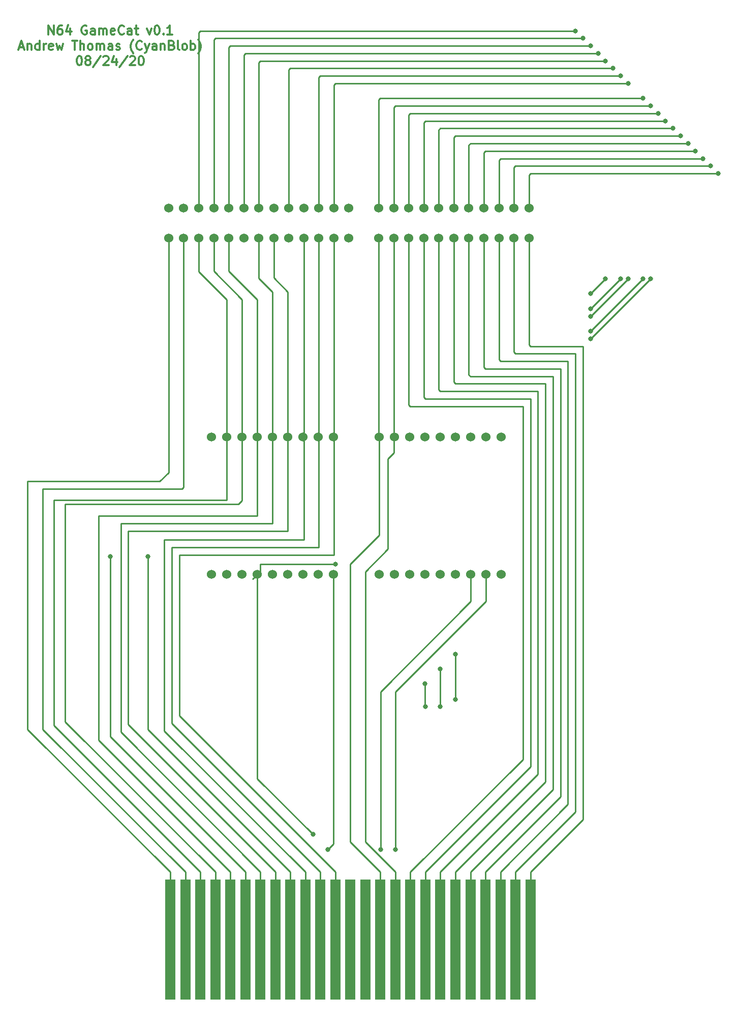
<source format=gbr>
%TF.GenerationSoftware,KiCad,Pcbnew,5.1.6-c6e7f7d~87~ubuntu18.04.1*%
%TF.CreationDate,2020-08-28T14:58:37-05:00*%
%TF.ProjectId,test_pcb,74657374-5f70-4636-922e-6b696361645f,rev?*%
%TF.SameCoordinates,Original*%
%TF.FileFunction,Copper,L1,Top*%
%TF.FilePolarity,Positive*%
%FSLAX46Y46*%
G04 Gerber Fmt 4.6, Leading zero omitted, Abs format (unit mm)*
G04 Created by KiCad (PCBNEW 5.1.6-c6e7f7d~87~ubuntu18.04.1) date 2020-08-28 14:58:37*
%MOMM*%
%LPD*%
G01*
G04 APERTURE LIST*
%TA.AperFunction,NonConductor*%
%ADD10C,0.300000*%
%TD*%
%TA.AperFunction,ComponentPad*%
%ADD11C,1.524000*%
%TD*%
%TA.AperFunction,SMDPad,CuDef*%
%ADD12R,1.800000X20.000000*%
%TD*%
%TA.AperFunction,ViaPad*%
%ADD13C,0.800000*%
%TD*%
%TA.AperFunction,Conductor*%
%ADD14C,0.250000*%
%TD*%
G04 APERTURE END LIST*
D10*
X89714285Y-16878571D02*
X89714285Y-15378571D01*
X90571428Y-16878571D01*
X90571428Y-15378571D01*
X91928571Y-15378571D02*
X91642857Y-15378571D01*
X91500000Y-15450000D01*
X91428571Y-15521428D01*
X91285714Y-15735714D01*
X91214285Y-16021428D01*
X91214285Y-16592857D01*
X91285714Y-16735714D01*
X91357142Y-16807142D01*
X91500000Y-16878571D01*
X91785714Y-16878571D01*
X91928571Y-16807142D01*
X92000000Y-16735714D01*
X92071428Y-16592857D01*
X92071428Y-16235714D01*
X92000000Y-16092857D01*
X91928571Y-16021428D01*
X91785714Y-15950000D01*
X91500000Y-15950000D01*
X91357142Y-16021428D01*
X91285714Y-16092857D01*
X91214285Y-16235714D01*
X93357142Y-15878571D02*
X93357142Y-16878571D01*
X93000000Y-15307142D02*
X92642857Y-16378571D01*
X93571428Y-16378571D01*
X96071428Y-15450000D02*
X95928571Y-15378571D01*
X95714285Y-15378571D01*
X95500000Y-15450000D01*
X95357142Y-15592857D01*
X95285714Y-15735714D01*
X95214285Y-16021428D01*
X95214285Y-16235714D01*
X95285714Y-16521428D01*
X95357142Y-16664285D01*
X95500000Y-16807142D01*
X95714285Y-16878571D01*
X95857142Y-16878571D01*
X96071428Y-16807142D01*
X96142857Y-16735714D01*
X96142857Y-16235714D01*
X95857142Y-16235714D01*
X97428571Y-16878571D02*
X97428571Y-16092857D01*
X97357142Y-15950000D01*
X97214285Y-15878571D01*
X96928571Y-15878571D01*
X96785714Y-15950000D01*
X97428571Y-16807142D02*
X97285714Y-16878571D01*
X96928571Y-16878571D01*
X96785714Y-16807142D01*
X96714285Y-16664285D01*
X96714285Y-16521428D01*
X96785714Y-16378571D01*
X96928571Y-16307142D01*
X97285714Y-16307142D01*
X97428571Y-16235714D01*
X98142857Y-16878571D02*
X98142857Y-15878571D01*
X98142857Y-16021428D02*
X98214285Y-15950000D01*
X98357142Y-15878571D01*
X98571428Y-15878571D01*
X98714285Y-15950000D01*
X98785714Y-16092857D01*
X98785714Y-16878571D01*
X98785714Y-16092857D02*
X98857142Y-15950000D01*
X99000000Y-15878571D01*
X99214285Y-15878571D01*
X99357142Y-15950000D01*
X99428571Y-16092857D01*
X99428571Y-16878571D01*
X100714285Y-16807142D02*
X100571428Y-16878571D01*
X100285714Y-16878571D01*
X100142857Y-16807142D01*
X100071428Y-16664285D01*
X100071428Y-16092857D01*
X100142857Y-15950000D01*
X100285714Y-15878571D01*
X100571428Y-15878571D01*
X100714285Y-15950000D01*
X100785714Y-16092857D01*
X100785714Y-16235714D01*
X100071428Y-16378571D01*
X102285714Y-16735714D02*
X102214285Y-16807142D01*
X102000000Y-16878571D01*
X101857142Y-16878571D01*
X101642857Y-16807142D01*
X101500000Y-16664285D01*
X101428571Y-16521428D01*
X101357142Y-16235714D01*
X101357142Y-16021428D01*
X101428571Y-15735714D01*
X101500000Y-15592857D01*
X101642857Y-15450000D01*
X101857142Y-15378571D01*
X102000000Y-15378571D01*
X102214285Y-15450000D01*
X102285714Y-15521428D01*
X103571428Y-16878571D02*
X103571428Y-16092857D01*
X103500000Y-15950000D01*
X103357142Y-15878571D01*
X103071428Y-15878571D01*
X102928571Y-15950000D01*
X103571428Y-16807142D02*
X103428571Y-16878571D01*
X103071428Y-16878571D01*
X102928571Y-16807142D01*
X102857142Y-16664285D01*
X102857142Y-16521428D01*
X102928571Y-16378571D01*
X103071428Y-16307142D01*
X103428571Y-16307142D01*
X103571428Y-16235714D01*
X104071428Y-15878571D02*
X104642857Y-15878571D01*
X104285714Y-15378571D02*
X104285714Y-16664285D01*
X104357142Y-16807142D01*
X104499999Y-16878571D01*
X104642857Y-16878571D01*
X106142857Y-15878571D02*
X106499999Y-16878571D01*
X106857142Y-15878571D01*
X107714285Y-15378571D02*
X107857142Y-15378571D01*
X107999999Y-15450000D01*
X108071428Y-15521428D01*
X108142857Y-15664285D01*
X108214285Y-15950000D01*
X108214285Y-16307142D01*
X108142857Y-16592857D01*
X108071428Y-16735714D01*
X107999999Y-16807142D01*
X107857142Y-16878571D01*
X107714285Y-16878571D01*
X107571428Y-16807142D01*
X107499999Y-16735714D01*
X107428571Y-16592857D01*
X107357142Y-16307142D01*
X107357142Y-15950000D01*
X107428571Y-15664285D01*
X107499999Y-15521428D01*
X107571428Y-15450000D01*
X107714285Y-15378571D01*
X108857142Y-16735714D02*
X108928571Y-16807142D01*
X108857142Y-16878571D01*
X108785714Y-16807142D01*
X108857142Y-16735714D01*
X108857142Y-16878571D01*
X110357142Y-16878571D02*
X109499999Y-16878571D01*
X109928571Y-16878571D02*
X109928571Y-15378571D01*
X109785714Y-15592857D01*
X109642857Y-15735714D01*
X109499999Y-15807142D01*
X84857142Y-19000000D02*
X85571428Y-19000000D01*
X84714285Y-19428571D02*
X85214285Y-17928571D01*
X85714285Y-19428571D01*
X86214285Y-18428571D02*
X86214285Y-19428571D01*
X86214285Y-18571428D02*
X86285714Y-18500000D01*
X86428571Y-18428571D01*
X86642857Y-18428571D01*
X86785714Y-18500000D01*
X86857142Y-18642857D01*
X86857142Y-19428571D01*
X88214285Y-19428571D02*
X88214285Y-17928571D01*
X88214285Y-19357142D02*
X88071428Y-19428571D01*
X87785714Y-19428571D01*
X87642857Y-19357142D01*
X87571428Y-19285714D01*
X87500000Y-19142857D01*
X87500000Y-18714285D01*
X87571428Y-18571428D01*
X87642857Y-18500000D01*
X87785714Y-18428571D01*
X88071428Y-18428571D01*
X88214285Y-18500000D01*
X88928571Y-19428571D02*
X88928571Y-18428571D01*
X88928571Y-18714285D02*
X89000000Y-18571428D01*
X89071428Y-18500000D01*
X89214285Y-18428571D01*
X89357142Y-18428571D01*
X90428571Y-19357142D02*
X90285714Y-19428571D01*
X90000000Y-19428571D01*
X89857142Y-19357142D01*
X89785714Y-19214285D01*
X89785714Y-18642857D01*
X89857142Y-18500000D01*
X90000000Y-18428571D01*
X90285714Y-18428571D01*
X90428571Y-18500000D01*
X90500000Y-18642857D01*
X90500000Y-18785714D01*
X89785714Y-18928571D01*
X91000000Y-18428571D02*
X91285714Y-19428571D01*
X91571428Y-18714285D01*
X91857142Y-19428571D01*
X92142857Y-18428571D01*
X93642857Y-17928571D02*
X94500000Y-17928571D01*
X94071428Y-19428571D02*
X94071428Y-17928571D01*
X95000000Y-19428571D02*
X95000000Y-17928571D01*
X95642857Y-19428571D02*
X95642857Y-18642857D01*
X95571428Y-18500000D01*
X95428571Y-18428571D01*
X95214285Y-18428571D01*
X95071428Y-18500000D01*
X95000000Y-18571428D01*
X96571428Y-19428571D02*
X96428571Y-19357142D01*
X96357142Y-19285714D01*
X96285714Y-19142857D01*
X96285714Y-18714285D01*
X96357142Y-18571428D01*
X96428571Y-18500000D01*
X96571428Y-18428571D01*
X96785714Y-18428571D01*
X96928571Y-18500000D01*
X97000000Y-18571428D01*
X97071428Y-18714285D01*
X97071428Y-19142857D01*
X97000000Y-19285714D01*
X96928571Y-19357142D01*
X96785714Y-19428571D01*
X96571428Y-19428571D01*
X97714285Y-19428571D02*
X97714285Y-18428571D01*
X97714285Y-18571428D02*
X97785714Y-18500000D01*
X97928571Y-18428571D01*
X98142857Y-18428571D01*
X98285714Y-18500000D01*
X98357142Y-18642857D01*
X98357142Y-19428571D01*
X98357142Y-18642857D02*
X98428571Y-18500000D01*
X98571428Y-18428571D01*
X98785714Y-18428571D01*
X98928571Y-18500000D01*
X99000000Y-18642857D01*
X99000000Y-19428571D01*
X100357142Y-19428571D02*
X100357142Y-18642857D01*
X100285714Y-18500000D01*
X100142857Y-18428571D01*
X99857142Y-18428571D01*
X99714285Y-18500000D01*
X100357142Y-19357142D02*
X100214285Y-19428571D01*
X99857142Y-19428571D01*
X99714285Y-19357142D01*
X99642857Y-19214285D01*
X99642857Y-19071428D01*
X99714285Y-18928571D01*
X99857142Y-18857142D01*
X100214285Y-18857142D01*
X100357142Y-18785714D01*
X101000000Y-19357142D02*
X101142857Y-19428571D01*
X101428571Y-19428571D01*
X101571428Y-19357142D01*
X101642857Y-19214285D01*
X101642857Y-19142857D01*
X101571428Y-19000000D01*
X101428571Y-18928571D01*
X101214285Y-18928571D01*
X101071428Y-18857142D01*
X101000000Y-18714285D01*
X101000000Y-18642857D01*
X101071428Y-18500000D01*
X101214285Y-18428571D01*
X101428571Y-18428571D01*
X101571428Y-18500000D01*
X103857142Y-20000000D02*
X103785714Y-19928571D01*
X103642857Y-19714285D01*
X103571428Y-19571428D01*
X103500000Y-19357142D01*
X103428571Y-19000000D01*
X103428571Y-18714285D01*
X103500000Y-18357142D01*
X103571428Y-18142857D01*
X103642857Y-18000000D01*
X103785714Y-17785714D01*
X103857142Y-17714285D01*
X105285714Y-19285714D02*
X105214285Y-19357142D01*
X105000000Y-19428571D01*
X104857142Y-19428571D01*
X104642857Y-19357142D01*
X104500000Y-19214285D01*
X104428571Y-19071428D01*
X104357142Y-18785714D01*
X104357142Y-18571428D01*
X104428571Y-18285714D01*
X104500000Y-18142857D01*
X104642857Y-18000000D01*
X104857142Y-17928571D01*
X105000000Y-17928571D01*
X105214285Y-18000000D01*
X105285714Y-18071428D01*
X105785714Y-18428571D02*
X106142857Y-19428571D01*
X106500000Y-18428571D02*
X106142857Y-19428571D01*
X106000000Y-19785714D01*
X105928571Y-19857142D01*
X105785714Y-19928571D01*
X107714285Y-19428571D02*
X107714285Y-18642857D01*
X107642857Y-18500000D01*
X107500000Y-18428571D01*
X107214285Y-18428571D01*
X107071428Y-18500000D01*
X107714285Y-19357142D02*
X107571428Y-19428571D01*
X107214285Y-19428571D01*
X107071428Y-19357142D01*
X107000000Y-19214285D01*
X107000000Y-19071428D01*
X107071428Y-18928571D01*
X107214285Y-18857142D01*
X107571428Y-18857142D01*
X107714285Y-18785714D01*
X108428571Y-18428571D02*
X108428571Y-19428571D01*
X108428571Y-18571428D02*
X108500000Y-18500000D01*
X108642857Y-18428571D01*
X108857142Y-18428571D01*
X109000000Y-18500000D01*
X109071428Y-18642857D01*
X109071428Y-19428571D01*
X110285714Y-18642857D02*
X110500000Y-18714285D01*
X110571428Y-18785714D01*
X110642857Y-18928571D01*
X110642857Y-19142857D01*
X110571428Y-19285714D01*
X110500000Y-19357142D01*
X110357142Y-19428571D01*
X109785714Y-19428571D01*
X109785714Y-17928571D01*
X110285714Y-17928571D01*
X110428571Y-18000000D01*
X110500000Y-18071428D01*
X110571428Y-18214285D01*
X110571428Y-18357142D01*
X110500000Y-18500000D01*
X110428571Y-18571428D01*
X110285714Y-18642857D01*
X109785714Y-18642857D01*
X111500000Y-19428571D02*
X111357142Y-19357142D01*
X111285714Y-19214285D01*
X111285714Y-17928571D01*
X112285714Y-19428571D02*
X112142857Y-19357142D01*
X112071428Y-19285714D01*
X112000000Y-19142857D01*
X112000000Y-18714285D01*
X112071428Y-18571428D01*
X112142857Y-18500000D01*
X112285714Y-18428571D01*
X112500000Y-18428571D01*
X112642857Y-18500000D01*
X112714285Y-18571428D01*
X112785714Y-18714285D01*
X112785714Y-19142857D01*
X112714285Y-19285714D01*
X112642857Y-19357142D01*
X112500000Y-19428571D01*
X112285714Y-19428571D01*
X113428571Y-19428571D02*
X113428571Y-17928571D01*
X113428571Y-18500000D02*
X113571428Y-18428571D01*
X113857142Y-18428571D01*
X114000000Y-18500000D01*
X114071428Y-18571428D01*
X114142857Y-18714285D01*
X114142857Y-19142857D01*
X114071428Y-19285714D01*
X114000000Y-19357142D01*
X113857142Y-19428571D01*
X113571428Y-19428571D01*
X113428571Y-19357142D01*
X114642857Y-20000000D02*
X114714285Y-19928571D01*
X114857142Y-19714285D01*
X114928571Y-19571428D01*
X115000000Y-19357142D01*
X115071428Y-19000000D01*
X115071428Y-18714285D01*
X115000000Y-18357142D01*
X114928571Y-18142857D01*
X114857142Y-18000000D01*
X114714285Y-17785714D01*
X114642857Y-17714285D01*
X94785714Y-20478571D02*
X94928571Y-20478571D01*
X95071428Y-20550000D01*
X95142857Y-20621428D01*
X95214285Y-20764285D01*
X95285714Y-21050000D01*
X95285714Y-21407142D01*
X95214285Y-21692857D01*
X95142857Y-21835714D01*
X95071428Y-21907142D01*
X94928571Y-21978571D01*
X94785714Y-21978571D01*
X94642857Y-21907142D01*
X94571428Y-21835714D01*
X94500000Y-21692857D01*
X94428571Y-21407142D01*
X94428571Y-21050000D01*
X94500000Y-20764285D01*
X94571428Y-20621428D01*
X94642857Y-20550000D01*
X94785714Y-20478571D01*
X96142857Y-21121428D02*
X96000000Y-21050000D01*
X95928571Y-20978571D01*
X95857142Y-20835714D01*
X95857142Y-20764285D01*
X95928571Y-20621428D01*
X96000000Y-20550000D01*
X96142857Y-20478571D01*
X96428571Y-20478571D01*
X96571428Y-20550000D01*
X96642857Y-20621428D01*
X96714285Y-20764285D01*
X96714285Y-20835714D01*
X96642857Y-20978571D01*
X96571428Y-21050000D01*
X96428571Y-21121428D01*
X96142857Y-21121428D01*
X96000000Y-21192857D01*
X95928571Y-21264285D01*
X95857142Y-21407142D01*
X95857142Y-21692857D01*
X95928571Y-21835714D01*
X96000000Y-21907142D01*
X96142857Y-21978571D01*
X96428571Y-21978571D01*
X96571428Y-21907142D01*
X96642857Y-21835714D01*
X96714285Y-21692857D01*
X96714285Y-21407142D01*
X96642857Y-21264285D01*
X96571428Y-21192857D01*
X96428571Y-21121428D01*
X98428571Y-20407142D02*
X97142857Y-22335714D01*
X98857142Y-20621428D02*
X98928571Y-20550000D01*
X99071428Y-20478571D01*
X99428571Y-20478571D01*
X99571428Y-20550000D01*
X99642857Y-20621428D01*
X99714285Y-20764285D01*
X99714285Y-20907142D01*
X99642857Y-21121428D01*
X98785714Y-21978571D01*
X99714285Y-21978571D01*
X101000000Y-20978571D02*
X101000000Y-21978571D01*
X100642857Y-20407142D02*
X100285714Y-21478571D01*
X101214285Y-21478571D01*
X102857142Y-20407142D02*
X101571428Y-22335714D01*
X103285714Y-20621428D02*
X103357142Y-20550000D01*
X103500000Y-20478571D01*
X103857142Y-20478571D01*
X104000000Y-20550000D01*
X104071428Y-20621428D01*
X104142857Y-20764285D01*
X104142857Y-20907142D01*
X104071428Y-21121428D01*
X103214285Y-21978571D01*
X104142857Y-21978571D01*
X105071428Y-20478571D02*
X105214285Y-20478571D01*
X105357142Y-20550000D01*
X105428571Y-20621428D01*
X105500000Y-20764285D01*
X105571428Y-21050000D01*
X105571428Y-21407142D01*
X105500000Y-21692857D01*
X105428571Y-21835714D01*
X105357142Y-21907142D01*
X105214285Y-21978571D01*
X105071428Y-21978571D01*
X104928571Y-21907142D01*
X104857142Y-21835714D01*
X104785714Y-21692857D01*
X104714285Y-21407142D01*
X104714285Y-21050000D01*
X104785714Y-20764285D01*
X104857142Y-20621428D01*
X104928571Y-20550000D01*
X105071428Y-20478571D01*
D11*
%TO.P,REF\u002A\u002A,49*%
%TO.N,N/C*%
X109740000Y-45760000D03*
%TO.P,REF\u002A\u002A,48*%
X109740000Y-50760000D03*
%TO.P,REF\u002A\u002A,47*%
X112240000Y-45760000D03*
%TO.P,REF\u002A\u002A,46*%
X114740000Y-45760000D03*
%TO.P,REF\u002A\u002A,45*%
X117240000Y-45760000D03*
%TO.P,REF\u002A\u002A,44*%
X119740000Y-45760000D03*
%TO.P,REF\u002A\u002A,43*%
X122240000Y-45760000D03*
%TO.P,REF\u002A\u002A,42*%
X124740000Y-45760000D03*
%TO.P,REF\u002A\u002A,41*%
X127240000Y-45760000D03*
%TO.P,REF\u002A\u002A,40*%
X129740000Y-45760000D03*
%TO.P,REF\u002A\u002A,39*%
X132240000Y-45760000D03*
%TO.P,REF\u002A\u002A,38*%
X134740000Y-45760000D03*
%TO.P,REF\u002A\u002A,37*%
X137240000Y-45760000D03*
%TO.P,REF\u002A\u002A,36*%
X139740000Y-45760000D03*
%TO.P,REF\u002A\u002A,35*%
X144740000Y-45760000D03*
%TO.P,REF\u002A\u002A,34*%
X147240000Y-45760000D03*
%TO.P,REF\u002A\u002A,33*%
X149740000Y-45760000D03*
%TO.P,REF\u002A\u002A,32*%
X152240000Y-45760000D03*
%TO.P,REF\u002A\u002A,31*%
X154740000Y-45760000D03*
%TO.P,REF\u002A\u002A,30*%
X157240000Y-45760000D03*
%TO.P,REF\u002A\u002A,29*%
X159740000Y-45760000D03*
%TO.P,REF\u002A\u002A,28*%
X162240000Y-45760000D03*
%TO.P,REF\u002A\u002A,27*%
X164740000Y-45760000D03*
%TO.P,REF\u002A\u002A,26*%
X167240000Y-45760000D03*
%TO.P,REF\u002A\u002A,25*%
X169740000Y-45760000D03*
%TO.P,REF\u002A\u002A,24*%
X169740000Y-50760000D03*
%TO.P,REF\u002A\u002A,23*%
X167240000Y-50760000D03*
%TO.P,REF\u002A\u002A,22*%
X164740000Y-50760000D03*
%TO.P,REF\u002A\u002A,21*%
X162240000Y-50760000D03*
%TO.P,REF\u002A\u002A,20*%
X159740000Y-50760000D03*
%TO.P,REF\u002A\u002A,19*%
X157240000Y-50760000D03*
%TO.P,REF\u002A\u002A,18*%
X154740000Y-50760000D03*
%TO.P,REF\u002A\u002A,17*%
X152240000Y-50760000D03*
%TO.P,REF\u002A\u002A,16*%
X149740000Y-50760000D03*
%TO.P,REF\u002A\u002A,15*%
X147240000Y-50760000D03*
%TO.P,REF\u002A\u002A,14*%
X144740000Y-50760000D03*
%TO.P,REF\u002A\u002A,13*%
X139740000Y-50760000D03*
%TO.P,REF\u002A\u002A,12*%
X137240000Y-50760000D03*
%TO.P,REF\u002A\u002A,11*%
X137240000Y-50760000D03*
%TO.P,REF\u002A\u002A,10*%
X134740000Y-50760000D03*
%TO.P,REF\u002A\u002A,9*%
X132240000Y-50760000D03*
%TO.P,REF\u002A\u002A,8*%
X129740000Y-50760000D03*
%TO.P,REF\u002A\u002A,7*%
X127240000Y-50760000D03*
%TO.P,REF\u002A\u002A,6*%
X124740000Y-50760000D03*
%TO.P,REF\u002A\u002A,5*%
X122240000Y-50760000D03*
%TO.P,REF\u002A\u002A,4*%
X119740000Y-50760000D03*
%TO.P,REF\u002A\u002A,3*%
X117240000Y-50760000D03*
%TO.P,REF\u002A\u002A,2*%
X114740000Y-50760000D03*
%TO.P,REF\u002A\u002A,1*%
X112240000Y-50760000D03*
%TD*%
D12*
%TO.P,REF\u002A\u002A,25*%
%TO.N,N/C*%
X170000000Y-167500000D03*
%TO.P,REF\u002A\u002A,24*%
X167500000Y-167500000D03*
%TO.P,REF\u002A\u002A,23*%
X165000000Y-167500000D03*
%TO.P,REF\u002A\u002A,22*%
X162500000Y-167500000D03*
%TO.P,REF\u002A\u002A,21*%
X160000000Y-167500000D03*
%TO.P,REF\u002A\u002A,20*%
X157500000Y-167500000D03*
%TO.P,REF\u002A\u002A,19*%
X155000000Y-167500000D03*
%TO.P,REF\u002A\u002A,18*%
X152500000Y-167500000D03*
%TO.P,REF\u002A\u002A,17*%
X150000000Y-167500000D03*
%TO.P,REF\u002A\u002A,16*%
X147500000Y-167500000D03*
%TO.P,REF\u002A\u002A,15*%
X145000000Y-167500000D03*
%TO.P,REF\u002A\u002A,14*%
X142500000Y-167500000D03*
%TO.P,REF\u002A\u002A,13*%
X140000000Y-167500000D03*
%TO.P,REF\u002A\u002A,12*%
X137500000Y-167500000D03*
%TO.P,REF\u002A\u002A,11*%
X135000000Y-167500000D03*
%TO.P,REF\u002A\u002A,10*%
X132500000Y-167500000D03*
%TO.P,REF\u002A\u002A,9*%
X130000000Y-167500000D03*
%TO.P,REF\u002A\u002A,8*%
X127500000Y-167500000D03*
%TO.P,REF\u002A\u002A,7*%
X125000000Y-167500000D03*
%TO.P,REF\u002A\u002A,6*%
X122500000Y-167500000D03*
%TO.P,REF\u002A\u002A,5*%
X120000000Y-167500000D03*
%TO.P,REF\u002A\u002A,4*%
X117500000Y-167500000D03*
%TO.P,REF\u002A\u002A,3*%
X115000000Y-167500000D03*
%TO.P,REF\u002A\u002A,2*%
X112500000Y-167500000D03*
%TO.P,REF\u002A\u002A,1*%
X110000000Y-167500000D03*
%TD*%
D11*
%TO.P,REF\u002A\u002A,1*%
%TO.N,N/C*%
X116840000Y-106680000D03*
%TO.P,REF\u002A\u002A,2*%
X119380000Y-106680000D03*
%TO.P,REF\u002A\u002A,3*%
X121920000Y-106680000D03*
%TO.P,REF\u002A\u002A,4*%
X124460000Y-106680000D03*
%TO.P,REF\u002A\u002A,5*%
X127000000Y-106680000D03*
%TO.P,REF\u002A\u002A,6*%
X129540000Y-106680000D03*
%TO.P,REF\u002A\u002A,7*%
X132080000Y-106680000D03*
%TO.P,REF\u002A\u002A,8*%
X134620000Y-106680000D03*
%TO.P,REF\u002A\u002A,9*%
X137160000Y-106680000D03*
%TO.P,REF\u002A\u002A,10*%
X144780000Y-106680000D03*
%TO.P,REF\u002A\u002A,12*%
X147320000Y-106680000D03*
%TO.P,REF\u002A\u002A,11*%
X149860000Y-106680000D03*
%TO.P,REF\u002A\u002A,13*%
X152400000Y-106680000D03*
%TO.P,REF\u002A\u002A,14*%
X154940000Y-106680000D03*
%TO.P,REF\u002A\u002A,15*%
X157480000Y-106680000D03*
%TO.P,REF\u002A\u002A,16*%
X160020000Y-106680000D03*
%TO.P,REF\u002A\u002A,17*%
X162560000Y-106680000D03*
%TO.P,REF\u002A\u002A,18*%
X165100000Y-106680000D03*
%TO.P,REF\u002A\u002A,19*%
X116840000Y-83820000D03*
%TO.P,REF\u002A\u002A,20*%
X119380000Y-83820000D03*
%TO.P,REF\u002A\u002A,21*%
X121920000Y-83820000D03*
%TO.P,REF\u002A\u002A,22*%
X124460000Y-83820000D03*
%TO.P,REF\u002A\u002A,23*%
X127000000Y-83820000D03*
%TO.P,REF\u002A\u002A,24*%
X129540000Y-83820000D03*
%TO.P,REF\u002A\u002A,25*%
X132080000Y-83820000D03*
%TO.P,REF\u002A\u002A,26*%
X134620000Y-83820000D03*
%TO.P,REF\u002A\u002A,27*%
X137160000Y-83820000D03*
%TO.P,REF\u002A\u002A,28*%
X144780000Y-83820000D03*
%TO.P,REF\u002A\u002A,29*%
X147320000Y-83820000D03*
%TO.P,REF\u002A\u002A,30*%
X149860000Y-83820000D03*
%TO.P,REF\u002A\u002A,31*%
X152400000Y-83820000D03*
%TO.P,REF\u002A\u002A,32*%
X154940000Y-83820000D03*
%TO.P,REF\u002A\u002A,33*%
X157480000Y-83820000D03*
%TO.P,REF\u002A\u002A,34*%
X160020000Y-83820000D03*
%TO.P,REF\u002A\u002A,35*%
X162560000Y-83820000D03*
%TO.P,REF\u002A\u002A,36*%
X165100000Y-83820000D03*
%TD*%
D13*
%TO.N,*%
X106250000Y-103750000D03*
X100000000Y-103750000D03*
X177500000Y-16250000D03*
X178750000Y-17500000D03*
X180000000Y-18750000D03*
X181250000Y-20000000D03*
X182500000Y-21250000D03*
X183750000Y-22500000D03*
X185000000Y-23750000D03*
X186250000Y-25000000D03*
X188750000Y-27500000D03*
X190000000Y-28750000D03*
X191250000Y-30000000D03*
X192500000Y-31250000D03*
X193750000Y-32500000D03*
X195000000Y-33750000D03*
X196250000Y-35000000D03*
X197500000Y-36250000D03*
X198750000Y-37500000D03*
X200000000Y-38750000D03*
X201250000Y-40000000D03*
X182500000Y-57500000D03*
X180000000Y-60000000D03*
X152400000Y-124900000D03*
X152500000Y-128750000D03*
X137500000Y-105000000D03*
X133750000Y-150000000D03*
X136250000Y-152500000D03*
X185000000Y-57500000D03*
X186250000Y-57500000D03*
X180000000Y-62500000D03*
X180000000Y-63750000D03*
X154940000Y-122440000D03*
X157500000Y-120000000D03*
X157500000Y-127500000D03*
X155000000Y-128750000D03*
X145020000Y-152520000D03*
X147520000Y-152520000D03*
X188750000Y-57500000D03*
X190000000Y-57500000D03*
X180000000Y-66250000D03*
X180000000Y-67500000D03*
%TD*%
D14*
%TO.N,*%
X117240000Y-50760000D02*
X117240000Y-56280000D01*
X117240000Y-56280000D02*
X121920000Y-60960000D01*
X121920000Y-60960000D02*
X121920000Y-83820000D01*
X144740000Y-50760000D02*
X144740000Y-83780000D01*
X137500000Y-156250000D02*
X137500000Y-167500000D01*
X111510000Y-130260000D02*
X137500000Y-156250000D01*
X111510000Y-103490000D02*
X111510000Y-130260000D01*
X137240000Y-50760000D02*
X137240000Y-103490000D01*
X137240000Y-103490000D02*
X111510000Y-103490000D01*
X135000000Y-156250000D02*
X135000000Y-167500000D01*
X110260000Y-131510000D02*
X135000000Y-156250000D01*
X110260000Y-102240000D02*
X110260000Y-131510000D01*
X134740000Y-50760000D02*
X134740000Y-102240000D01*
X134740000Y-102240000D02*
X110260000Y-102240000D01*
X109010000Y-132760000D02*
X132500000Y-156250000D01*
X109010000Y-100990000D02*
X109010000Y-132760000D01*
X132240000Y-50760000D02*
X132240000Y-100990000D01*
X132500000Y-156250000D02*
X132500000Y-167500000D01*
X132240000Y-100990000D02*
X109010000Y-100990000D01*
X127500000Y-156250000D02*
X127500000Y-167500000D01*
X129540000Y-59690000D02*
X129540000Y-99540000D01*
X129540000Y-99540000D02*
X102960000Y-99540000D01*
X127240000Y-57390000D02*
X129540000Y-59690000D01*
X127240000Y-50760000D02*
X127240000Y-57390000D01*
X102960000Y-99540000D02*
X102960000Y-131710000D01*
X102960000Y-131710000D02*
X127500000Y-156250000D01*
X125000000Y-156250000D02*
X125000000Y-167500000D01*
X124740000Y-57430000D02*
X127000000Y-59690000D01*
X127000000Y-98250000D02*
X101750000Y-98250000D01*
X124740000Y-50760000D02*
X124740000Y-57430000D01*
X127000000Y-59690000D02*
X127000000Y-98250000D01*
X101750000Y-98250000D02*
X101750000Y-133000000D01*
X101750000Y-133000000D02*
X125000000Y-156250000D01*
X122500000Y-156250000D02*
X122500000Y-167500000D01*
X117500000Y-156250000D02*
X117500000Y-167500000D01*
X92500000Y-95000000D02*
X92500000Y-131250000D01*
X92500000Y-131250000D02*
X117500000Y-156250000D01*
X121340000Y-95000000D02*
X92500000Y-95000000D01*
X121920000Y-83820000D02*
X121920000Y-94420000D01*
X121920000Y-94420000D02*
X121340000Y-95000000D01*
X115000000Y-156250000D02*
X115000000Y-167500000D01*
X114740000Y-56320000D02*
X119380000Y-60960000D01*
X114740000Y-50760000D02*
X114740000Y-56320000D01*
X119380000Y-94380000D02*
X90620000Y-94380000D01*
X119380000Y-60960000D02*
X119380000Y-94380000D01*
X90620000Y-94380000D02*
X90620000Y-131870000D01*
X90620000Y-131870000D02*
X115000000Y-156250000D01*
X112240000Y-50760000D02*
X112240000Y-92240000D01*
X112240000Y-92240000D02*
X111980000Y-92500000D01*
X111980000Y-92500000D02*
X88750000Y-92500000D01*
X109740000Y-50760000D02*
X109740000Y-89740000D01*
X109740000Y-89740000D02*
X108230000Y-91250000D01*
X108230000Y-91250000D02*
X86250000Y-91250000D01*
X88750000Y-92500000D02*
X88750000Y-132500000D01*
X112500000Y-156250000D02*
X112500000Y-167500000D01*
X88750000Y-132500000D02*
X112500000Y-156250000D01*
X86250000Y-91250000D02*
X86250000Y-132500000D01*
X110000000Y-156250000D02*
X110000000Y-167500000D01*
X86250000Y-132500000D02*
X110000000Y-156250000D01*
X106250000Y-103750000D02*
X106250000Y-132500000D01*
X130000000Y-156250000D02*
X130000000Y-167500000D01*
X106250000Y-132500000D02*
X130000000Y-156250000D01*
X100000000Y-103750000D02*
X100000000Y-133750000D01*
X100000000Y-133750000D02*
X122500000Y-156250000D01*
X120000000Y-156250000D02*
X120000000Y-167500000D01*
X119740000Y-56240000D02*
X124460000Y-60960000D01*
X119740000Y-50760000D02*
X119740000Y-56240000D01*
X124460000Y-96960000D02*
X98040000Y-96960000D01*
X124460000Y-60960000D02*
X124460000Y-96960000D01*
X98040000Y-96960000D02*
X98040000Y-134290000D01*
X98040000Y-134290000D02*
X120000000Y-156250000D01*
X145000000Y-156250000D02*
X145000000Y-167500000D01*
X140000000Y-151250000D02*
X145000000Y-156250000D01*
X140000000Y-105000000D02*
X140000000Y-151250000D01*
X144780000Y-83820000D02*
X144780000Y-100220000D01*
X144780000Y-100220000D02*
X140000000Y-105000000D01*
X147500000Y-156250000D02*
X147500000Y-167500000D01*
X147240000Y-86510000D02*
X146250000Y-87500000D01*
X147240000Y-50760000D02*
X147240000Y-86510000D01*
X142500000Y-106250000D02*
X142500000Y-151250000D01*
X146250000Y-87500000D02*
X146250000Y-102500000D01*
X146250000Y-102500000D02*
X142500000Y-106250000D01*
X142500000Y-151250000D02*
X147500000Y-156250000D01*
X150000000Y-156250000D02*
X150000000Y-167500000D01*
X168750000Y-137500000D02*
X150000000Y-156250000D01*
X168750000Y-78750000D02*
X168750000Y-137500000D01*
X150000000Y-78750000D02*
X168750000Y-78750000D01*
X149740000Y-50760000D02*
X149740000Y-78490000D01*
X149740000Y-78490000D02*
X150000000Y-78750000D01*
X152500000Y-77500000D02*
X170000000Y-77500000D01*
X152240000Y-50760000D02*
X152240000Y-77240000D01*
X152500000Y-156250000D02*
X152500000Y-167500000D01*
X170000000Y-138750000D02*
X152500000Y-156250000D01*
X170000000Y-77500000D02*
X170000000Y-138750000D01*
X152240000Y-77240000D02*
X152500000Y-77500000D01*
X155000000Y-156250000D02*
X155000000Y-167500000D01*
X171250000Y-140000000D02*
X155000000Y-156250000D01*
X155000000Y-76250000D02*
X171250000Y-76250000D01*
X154740000Y-50760000D02*
X154740000Y-75990000D01*
X171250000Y-76250000D02*
X171250000Y-140000000D01*
X154740000Y-75990000D02*
X155000000Y-76250000D01*
X157500000Y-156250000D02*
X157500000Y-167500000D01*
X172500000Y-75000000D02*
X172500000Y-141250000D01*
X157500000Y-75000000D02*
X172500000Y-75000000D01*
X172500000Y-141250000D02*
X157500000Y-156250000D01*
X157240000Y-50760000D02*
X157240000Y-74740000D01*
X157240000Y-74740000D02*
X157500000Y-75000000D01*
X160000000Y-156250000D02*
X160000000Y-167500000D01*
X173750000Y-73750000D02*
X173750000Y-142500000D01*
X173750000Y-142500000D02*
X160000000Y-156250000D01*
X160000000Y-73750000D02*
X173750000Y-73750000D01*
X159740000Y-50760000D02*
X159740000Y-73490000D01*
X159740000Y-73490000D02*
X160000000Y-73750000D01*
X175000000Y-143750000D02*
X162500000Y-156250000D01*
X175000000Y-72500000D02*
X175000000Y-143750000D01*
X162500000Y-72500000D02*
X175000000Y-72500000D01*
X162500000Y-156250000D02*
X162500000Y-167500000D01*
X162240000Y-50760000D02*
X162240000Y-72240000D01*
X162240000Y-72240000D02*
X162500000Y-72500000D01*
X165000000Y-156250000D02*
X165000000Y-167500000D01*
X176250000Y-71250000D02*
X176250000Y-145000000D01*
X176250000Y-145000000D02*
X165000000Y-156250000D01*
X165000000Y-71250000D02*
X176250000Y-71250000D01*
X164740000Y-50760000D02*
X164740000Y-70990000D01*
X164740000Y-70990000D02*
X165000000Y-71250000D01*
X177500000Y-70000000D02*
X177500000Y-146250000D01*
X167500000Y-70000000D02*
X177500000Y-70000000D01*
X167500000Y-156250000D02*
X167500000Y-167500000D01*
X177500000Y-146250000D02*
X167500000Y-156250000D01*
X167240000Y-50760000D02*
X167240000Y-69740000D01*
X167240000Y-69740000D02*
X167500000Y-70000000D01*
X170000000Y-156250000D02*
X170000000Y-167500000D01*
X178750000Y-147500000D02*
X170000000Y-156250000D01*
X170000000Y-68750000D02*
X178750000Y-68750000D01*
X178750000Y-68750000D02*
X178750000Y-147500000D01*
X169740000Y-50760000D02*
X169740000Y-68490000D01*
X169740000Y-68490000D02*
X170000000Y-68750000D01*
X114740000Y-45760000D02*
X114740000Y-16510000D01*
X114740000Y-16510000D02*
X115000000Y-16250000D01*
X115000000Y-16250000D02*
X177500000Y-16250000D01*
X117240000Y-45760000D02*
X117240000Y-17760000D01*
X117240000Y-17760000D02*
X117500000Y-17500000D01*
X117500000Y-17500000D02*
X178750000Y-17500000D01*
X119740000Y-45760000D02*
X119740000Y-19010000D01*
X119740000Y-19010000D02*
X120000000Y-18750000D01*
X120000000Y-18750000D02*
X180000000Y-18750000D01*
X122240000Y-45760000D02*
X122240000Y-20260000D01*
X122240000Y-20260000D02*
X122500000Y-20000000D01*
X122500000Y-20000000D02*
X181250000Y-20000000D01*
X124740000Y-45760000D02*
X124740000Y-21510000D01*
X124740000Y-21510000D02*
X125000000Y-21250000D01*
X125000000Y-21250000D02*
X182500000Y-21250000D01*
X129740000Y-45760000D02*
X129740000Y-22760000D01*
X129740000Y-22760000D02*
X130000000Y-22500000D01*
X130000000Y-22500000D02*
X183750000Y-22500000D01*
X134740000Y-45760000D02*
X134740000Y-24010000D01*
X134740000Y-24010000D02*
X135000000Y-23750000D01*
X135000000Y-23750000D02*
X185000000Y-23750000D01*
X137240000Y-45760000D02*
X137240000Y-25260000D01*
X137240000Y-25260000D02*
X137500000Y-25000000D01*
X137500000Y-25000000D02*
X186250000Y-25000000D01*
X144740000Y-45760000D02*
X144740000Y-27760000D01*
X144740000Y-27760000D02*
X145000000Y-27500000D01*
X145000000Y-27500000D02*
X188750000Y-27500000D01*
X147240000Y-45760000D02*
X147240000Y-29010000D01*
X147240000Y-29010000D02*
X147500000Y-28750000D01*
X147500000Y-28750000D02*
X190000000Y-28750000D01*
X149740000Y-45760000D02*
X149740000Y-30260000D01*
X149740000Y-30260000D02*
X150000000Y-30000000D01*
X150000000Y-30000000D02*
X191250000Y-30000000D01*
X152240000Y-45760000D02*
X152240000Y-31510000D01*
X152240000Y-31510000D02*
X152500000Y-31250000D01*
X152500000Y-31250000D02*
X192500000Y-31250000D01*
X154740000Y-45760000D02*
X154740000Y-32760000D01*
X154740000Y-32760000D02*
X155000000Y-32500000D01*
X155000000Y-32500000D02*
X193750000Y-32500000D01*
X157240000Y-45760000D02*
X157240000Y-34010000D01*
X157240000Y-34010000D02*
X157500000Y-33750000D01*
X157500000Y-33750000D02*
X195000000Y-33750000D01*
X159740000Y-45760000D02*
X159740000Y-35260000D01*
X159740000Y-35260000D02*
X160000000Y-35000000D01*
X160000000Y-35000000D02*
X196250000Y-35000000D01*
X162240000Y-45760000D02*
X162240000Y-36510000D01*
X162240000Y-36510000D02*
X162500000Y-36250000D01*
X162500000Y-36250000D02*
X197500000Y-36250000D01*
X164740000Y-45760000D02*
X164740000Y-37760000D01*
X164740000Y-37760000D02*
X165000000Y-37500000D01*
X165000000Y-37500000D02*
X198750000Y-37500000D01*
X167240000Y-45760000D02*
X167240000Y-39010000D01*
X167240000Y-39010000D02*
X167500000Y-38750000D01*
X167500000Y-38750000D02*
X200000000Y-38750000D01*
X169740000Y-45760000D02*
X169740000Y-40260000D01*
X169740000Y-40260000D02*
X170000000Y-40000000D01*
X170000000Y-40000000D02*
X201250000Y-40000000D01*
X177500000Y-16250000D02*
X177500000Y-16250000D01*
X178750000Y-17500000D02*
X178750000Y-17500000D01*
X180000000Y-18750000D02*
X180000000Y-18750000D01*
X181250000Y-20000000D02*
X181250000Y-20000000D01*
X182500000Y-21250000D02*
X182500000Y-21250000D01*
X183750000Y-22500000D02*
X183750000Y-22500000D01*
X185000000Y-23750000D02*
X185000000Y-23750000D01*
X186250000Y-25000000D02*
X186250000Y-25000000D01*
X188750000Y-27500000D02*
X188750000Y-27500000D01*
X190000000Y-28750000D02*
X190000000Y-28750000D01*
X191250000Y-30000000D02*
X191250000Y-30000000D01*
X192500000Y-31250000D02*
X192500000Y-31250000D01*
X193750000Y-32500000D02*
X193750000Y-32500000D01*
X195000000Y-33750000D02*
X195000000Y-33750000D01*
X196250000Y-35000000D02*
X196250000Y-35000000D01*
X197500000Y-36250000D02*
X197500000Y-36250000D01*
X198750000Y-37500000D02*
X198750000Y-37500000D01*
X200000000Y-38750000D02*
X200000000Y-38750000D01*
X201250000Y-40000000D02*
X201250000Y-40000000D01*
X182500000Y-57500000D02*
X180000000Y-60000000D01*
X152400000Y-128650000D02*
X152500000Y-128750000D01*
X152400000Y-124900000D02*
X152400000Y-128650000D01*
X137500000Y-105000000D02*
X125000000Y-105000000D01*
X125000000Y-105000000D02*
X125000000Y-106250000D01*
X125000000Y-106250000D02*
X123750000Y-107500000D01*
X124460000Y-106680000D02*
X124460000Y-140710000D01*
X124460000Y-140710000D02*
X133750000Y-150000000D01*
X133750000Y-150000000D02*
X133750000Y-150000000D01*
X137160000Y-106680000D02*
X137160000Y-151590000D01*
X137160000Y-151590000D02*
X136250000Y-152500000D01*
X136250000Y-152500000D02*
X136250000Y-152500000D01*
X185000000Y-57500000D02*
X180000000Y-62500000D01*
X186250000Y-57500000D02*
X180000000Y-63750000D01*
X180000000Y-62500000D02*
X180000000Y-62500000D01*
X180000000Y-63750000D02*
X180000000Y-63750000D01*
X154940000Y-128690000D02*
X155000000Y-128750000D01*
X154940000Y-122440000D02*
X154940000Y-128690000D01*
X157500000Y-127500000D02*
X157500000Y-120000000D01*
X160020000Y-106680000D02*
X160020000Y-111230000D01*
X145020000Y-126230000D02*
X145020000Y-152520000D01*
X160020000Y-111230000D02*
X145020000Y-126230000D01*
X147520000Y-152520000D02*
X147520000Y-126230000D01*
X162560000Y-111190000D02*
X162560000Y-106680000D01*
X147520000Y-126230000D02*
X162560000Y-111190000D01*
X188750000Y-57500000D02*
X180000000Y-66250000D01*
X190000000Y-57500000D02*
X180000000Y-67500000D01*
X180000000Y-66250000D02*
X180000000Y-66250000D01*
X180000000Y-67500000D02*
X180000000Y-67500000D01*
%TD*%
M02*

</source>
